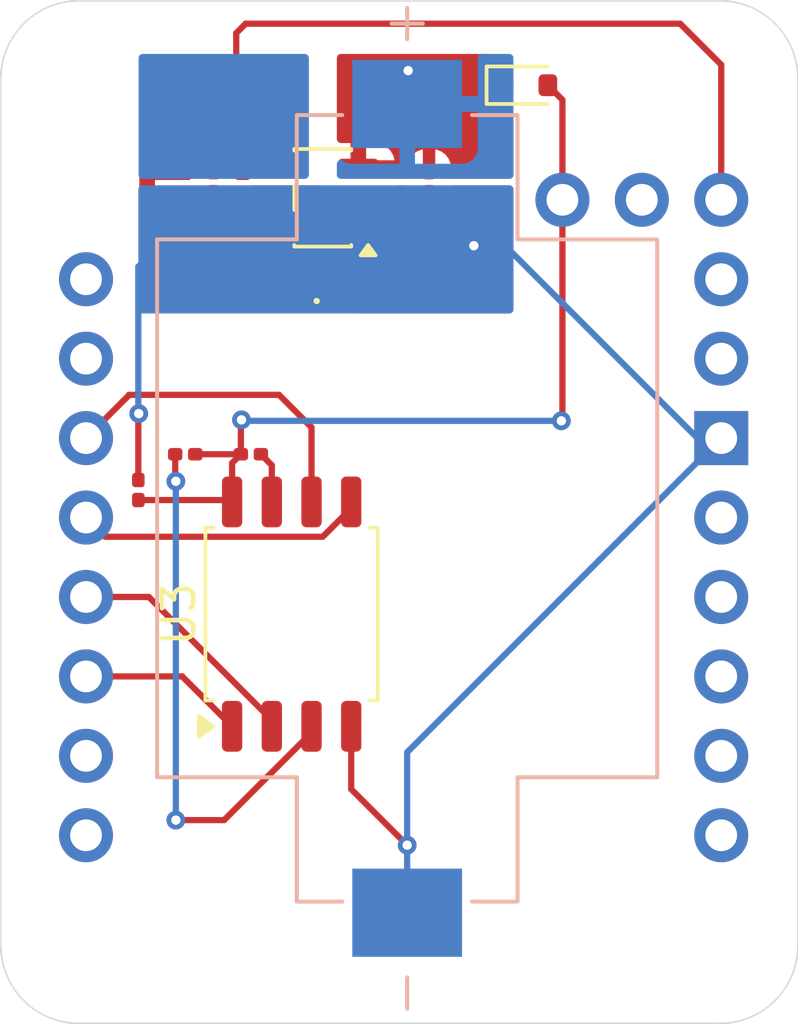
<source format=kicad_pcb>
(kicad_pcb (version 20241229) (generator "pcbnew") (generator_version "9.0")
  (layers (0 "F.Cu" signal) (4 "In1.Cu" signal) (6 "In2.Cu" signal) (2 "B.Cu" signal) (13 "F.Paste" user) (15 "B.Paste" user) (5 "F.SilkS" user "F.Silkscreen") (7 "B.SilkS" user "B.Silkscreen") (1 "F.Mask" user) (3 "B.Mask" user) (25 "Edge.Cuts" user))
  (net 0 "")
  (net 1 "GND")
  (net 2 "Net-(U1-PROG)")
  (net 3 "VIN")
  (net 4 "0{slash}LPIO3")
  (net 5 "VBAT")
  (net 6 "Net-(D1-K)")
  (net 7 "2{slash}LPIO1{slash}TX")
  (net 8 "1{slash}LPIO2{slash}RX")
  (net 9 "5{slash}LPIO0")
  (net 10 "Net-(U1-STAT)")
  (net 11 "Net-(U3-~{WP}{slash}IO_{2})")
  (net 12 "Net-(U3-~{HOLD}{slash}~{RESET}{slash}IO_{3})")
  (net 15 "11{slash}A1")
  (net 16 "VDDIO_EXT")
  (net 18 "10{slash}A0")
  (net 19 "3{slash}SCL1")
  (net 20 "4{slash}SDA1")
  (net 21 "7{slash}CIPO")
  (net 22 "6{slash}CS")
  (net 23 "9{slash}SCLK")
  (net 24 "8{slash}COPI")
  (net 25 "DIODE")
  (footprint "Resistor_SMD:R_0201_0603Metric" (layer "F.Cu") (at 216.967767 78.222767 90)
    (property "Reference" "R2" (hide yes))
    (property "Value" "470 Ω" (hide yes))
    (pad "1" smd roundrect (at -0.32 0 90) (size 0.46 0.4) (layers "F.Cu" "F.Mask") (net 6 "Net-(D1-K)"))
    (pad "2" smd roundrect (at 0.32 0 90) (size 0.46 0.4) (layers "F.Cu" "F.Mask") (net 10 "Net-(U1-STAT)"))
  )
  (footprint "Capacitor_SMD:C_0201_0603Metric" (layer "F.Cu") (at 210.567767 84.712767 90)
    (property "Reference" "C4" (hide yes))
    (property "Value" "1 uF" (hide yes))
    (pad "1" smd roundrect (at -0.32 0 90) (size 0.46 0.4) (layers "F.Cu" "F.Mask") (net 5 "VBAT"))
    (pad "2" smd roundrect (at 0.32 0 90) (size 0.46 0.4) (layers "F.Cu" "F.Mask") (net 1 "GND"))
  )
  (footprint "Capacitor_SMD:C_0201_0603Metric" (layer "F.Cu") (at 219.867767 74.867767 -90)
    (property "Reference" "C2" (hide yes))
    (property "Value" "4.7 μF" (hide yes))
    (pad "1" smd roundrect (at -0.32 0 270) (size 0.46 0.4) (layers "F.Cu" "F.Mask") (net 25 "DIODE"))
    (pad "2" smd roundrect (at 0.32 0 270) (size 0.46 0.4) (layers "F.Cu" "F.Mask") (net 1 "GND"))
  )
  (footprint "Package_TO_SOT_SMD:SOT-23-5" (layer "F.Cu") (at 216.467767 75.367767 180)
    (property "Reference" "U1" (hide yes))
    (property "Value" "MCP73831-2-OT" (hide yes))
    (fp_line (start 0.91 1.56) (end -0.91 1.56) (stroke (width 0.12)) (layer "F.SilkS"))
    (fp_line (start 0.91 1.51) (end 0.91 1.56) (stroke (width 0.12)) (layer "F.SilkS"))
    (fp_line (start 0.91 -0.39) (end 0.91 0.39) (stroke (width 0.12)) (layer "F.SilkS"))
    (fp_line (start 0.91 -1.56) (end 0.91 -1.51) (stroke (width 0.12)) (layer "F.SilkS"))
    (fp_line (start -0.91 1.56) (end -0.91 1.51) (stroke (width 0.12)) (layer "F.SilkS"))
    (fp_line (start -0.91 -1.51) (end -0.91 -1.56) (stroke (width 0.12)) (layer "F.SilkS"))
    (fp_line (start -0.91 -1.56) (end 0.91 -1.56) (stroke (width 0.12)) (layer "F.SilkS"))
    (fp_poly (pts (xy -1.45 -1.51) (xy -1.69 -1.84) (xy -1.21 -1.84)) (stroke (width 0.12)) (fill yes) (layer "F.SilkS"))
    (pad "1" smd roundrect (at -1.1375 -0.95 180) (size 1.325 0.6) (layers "F.Cu" "F.Mask" "F.Paste") (net 10 "Net-(U1-STAT)"))
    (pad "2" smd roundrect (at -1.1375 0 180) (size 1.325 0.6) (layers "F.Cu" "F.Mask" "F.Paste") (net 1 "GND"))
    (pad "3" smd roundrect (at -1.1375 0.95 180) (size 1.325 0.6) (layers "F.Cu" "F.Mask" "F.Paste") (net 25 "DIODE"))
    (pad "4" smd roundrect (at 1.1375 0.95 180) (size 1.325 0.6) (layers "F.Cu" "F.Mask" "F.Paste") (net 3 "VIN"))
    (pad "5" smd roundrect (at 1.1375 -0.95 180) (size 1.325 0.6) (layers "F.Cu" "F.Mask" "F.Paste") (net 2 "Net-(U1-PROG)"))
  )
  (footprint "Diode_SMD:D_SOD-523" (layer "F.Cu") (at 222.967767 71.767767)
    (property "Reference" "D2" (hide yes))
    (property "Value" "1N4148WT" (hide yes))
    (fp_line (start -1.26 -0.6) (end -1.26 0.6) (stroke (width 0.12)) (layer "F.SilkS"))
    (fp_line (start 0.7 -0.6) (end -1.26 -0.6) (stroke (width 0.12)) (layer "F.SilkS"))
    (fp_line (start 0.7 0.6) (end -1.26 0.6) (stroke (width 0.12)) (layer "F.SilkS"))
    (pad "1" smd roundrect (at -0.7 0 180) (size 0.6 0.7) (layers "F.Cu" "F.Mask" "F.Paste") (net 25 "DIODE"))
    (pad "2" smd roundrect (at 0.7 0 180) (size 0.6 0.7) (layers "F.Cu" "F.Mask" "F.Paste") (net 5 "VBAT"))
  )
  (footprint "footprints:Arduino_Nicla_Sense" (layer "F.Cu") (at 207.624267 74.161767)
    (property "Reference" "U2" (hide yes))
    (property "Value" "~" (hide yes))
    (pad "1" thru_hole circle (at 1.27 3.81) (size 1.7272 1.7272) (drill 1.016) (layers "*.Cu" "*.Mask") (net 18 "10{slash}A0"))
    (pad "2" thru_hole circle (at 1.27 6.35) (size 1.7272 1.7272) (drill 1.016) (layers "*.Cu" "*.Mask") (net 15 "11{slash}A1"))
    (pad "3" thru_hole circle (at 1.27 8.89) (size 1.7272 1.7272) (drill 1.016) (layers "*.Cu" "*.Mask") (net 23 "9{slash}SCLK"))
    (pad "4" thru_hole circle (at 1.27 11.43) (size 1.7272 1.7272) (drill 1.016) (layers "*.Cu" "*.Mask") (net 21 "7{slash}CIPO"))
    (pad "5" thru_hole circle (at 1.27 13.97) (size 1.7272 1.7272) (drill 1.016) (layers "*.Cu" "*.Mask") (net 24 "8{slash}COPI"))
    (pad "6" thru_hole circle (at 1.27 16.51) (size 1.7272 1.7272) (drill 1.016) (layers "*.Cu" "*.Mask") (net 22 "6{slash}CS"))
    (pad "7" thru_hole circle (at 1.27 19.05) (size 1.7272 1.7272) (drill 1.016) (layers "*.Cu" "*.Mask"))
    (pad "8" thru_hole circle (at 1.27 21.59) (size 1.7272 1.7272) (drill 1.016) (layers "*.Cu" "*.Mask") (net 9 "5{slash}LPIO0"))
    (pad "9" thru_hole circle (at 21.59 21.59) (size 1.7272 1.7272) (drill 1.016) (layers "*.Cu" "*.Mask") (net 20 "4{slash}SDA1"))
    (pad "10" thru_hole circle (at 21.59 19.05) (size 1.7272 1.7272) (drill 1.016) (layers "*.Cu" "*.Mask") (net 19 "3{slash}SCL1"))
    (pad "11" thru_hole circle (at 21.59 16.51) (size 1.7272 1.7272) (drill 1.016) (layers "*.Cu" "*.Mask") (net 7 "2{slash}LPIO1{slash}TX"))
    (pad "12" thru_hole circle (at 21.59 13.97) (size 1.7272 1.7272) (drill 1.016) (layers "*.Cu" "*.Mask") (net 8 "1{slash}LPIO2{slash}RX"))
    (pad "13" thru_hole circle (at 21.59 11.43) (size 1.7272 1.7272) (drill 1.016) (layers "*.Cu" "*.Mask") (net 4 "0{slash}LPIO3"))
    (pad "14" thru_hole rect (at 21.59 8.89) (size 1.7272 1.7272) (drill 1.016) (layers "*.Cu" "*.Mask") (net 1 "GND"))
    (pad "15" thru_hole circle (at 21.59 6.35) (size 1.7272 1.7272) (drill 1.016) (layers "*.Cu" "*.Mask") (net 16 "VDDIO_EXT"))
    (pad "16" thru_hole circle (at 21.59 3.81) (size 1.7272 1.7272) (drill 1.016) (layers "*.Cu" "*.Mask"))
    (pad "17" thru_hole circle (at 21.59 1.27) (size 1.7272 1.7272) (drill 1.016) (layers "*.Cu" "*.Mask") (net 3 "VIN"))
    (pad "18" thru_hole circle (at 19.05 1.27) (size 1.7272 1.7272) (drill 1.016) (layers "*.Cu" "*.Mask"))
    (pad "19" thru_hole circle (at 16.51 1.27) (size 1.7272 1.7272) (drill 1.016) (layers "*.Cu" "*.Mask") (net 5 "VBAT"))
  )
  (footprint "Resistor_SMD:R_0201_0603Metric" (layer "F.Cu") (at 214.167767 83.567767)
    (property "Reference" "R4" (hide yes))
    (property "Value" "10 kΩ" (hide yes))
    (pad "1" smd roundrect (at -0.32 0) (size 0.46 0.4) (layers "F.Cu" "F.Mask") (net 5 "VBAT"))
    (pad "2" smd roundrect (at 0.32 0) (size 0.46 0.4) (layers "F.Cu" "F.Mask") (net 12 "Net-(U3-~{HOLD}{slash}~{RESET}{slash}IO_{3})"))
  )
  (footprint "Resistor_SMD:R_0201_0603Metric" (layer "F.Cu") (at 212.067767 83.567767 180)
    (property "Reference" "R3" (hide yes))
    (property "Value" "10 kΩ" (hide yes))
    (pad "1" smd roundrect (at -0.32 0 180) (size 0.46 0.4) (layers "F.Cu" "F.Mask") (net 5 "VBAT"))
    (pad "2" smd roundrect (at 0.32 0 180) (size 0.46 0.4) (layers "F.Cu" "F.Mask") (net 11 "Net-(U3-~{WP}{slash}IO_{2})"))
  )
  (footprint "Package_SO:SOIC-8_5.3x5.3mm_P1.27mm" (layer "F.Cu") (at 215.472767 88.680267 90)
    (property "Reference" "U3" (at 0 -3.6 90) (layer "F.SilkS"))
    (property "Value" "W25Q128JVS" (hide yes))
    (fp_line (start 2.76 -2.76) (end 2.76 -2.49) (stroke (width 0.12)) (layer "F.SilkS"))
    (fp_line (start -2.76 -2.76) (end 2.76 -2.76) (stroke (width 0.12)) (layer "F.SilkS"))
    (fp_line (start -2.76 -2.49) (end -2.76 -2.76) (stroke (width 0.12)) (layer "F.SilkS"))
    (fp_line (start 2.76 2.49) (end 2.76 2.76) (stroke (width 0.12)) (layer "F.SilkS"))
    (fp_line (start 2.76 2.76) (end -2.76 2.76) (stroke (width 0.12)) (layer "F.SilkS"))
    (fp_line (start -2.76 2.76) (end -2.76 2.49) (stroke (width 0.12)) (layer "F.SilkS"))
    (fp_poly (pts (xy -3.59 -2.5) (xy -3.93 -2.97) (xy -3.25 -2.97)) (stroke (width 0.12)) (fill yes) (layer "F.SilkS"))
    (pad "1" smd roundrect (at -3.5875 -1.905 90) (size 1.625 0.65) (layers "F.Cu" "F.Mask" "F.Paste") (net 22 "6{slash}CS"))
    (pad "2" smd roundrect (at -3.5875 -0.635 90) (size 1.625 0.65) (layers "F.Cu" "F.Mask" "F.Paste") (net 24 "8{slash}COPI"))
    (pad "3" smd roundrect (at -3.5875 0.635 90) (size 1.625 0.65) (layers "F.Cu" "F.Mask" "F.Paste") (net 11 "Net-(U3-~{WP}{slash}IO_{2})"))
    (pad "4" smd roundrect (at -3.5875 1.905 90) (size 1.625 0.65) (layers "F.Cu" "F.Mask" "F.Paste") (net 1 "GND"))
    (pad "5" smd roundrect (at 3.5875 1.905 90) (size 1.625 0.65) (layers "F.Cu" "F.Mask" "F.Paste") (net 21 "7{slash}CIPO"))
    (pad "6" smd roundrect (at 3.5875 0.635 90) (size 1.625 0.65) (layers "F.Cu" "F.Mask" "F.Paste") (net 23 "9{slash}SCLK"))
    (pad "7" smd roundrect (at 3.5875 -0.635 90) (size 1.625 0.65) (layers "F.Cu" "F.Mask" "F.Paste") (net 12 "Net-(U3-~{HOLD}{slash}~{RESET}{slash}IO_{3})"))
    (pad "8" smd roundrect (at 3.5875 -1.905 90) (size 1.625 0.65) (layers "F.Cu" "F.Mask" "F.Paste") (net 5 "VBAT"))
  )
  (footprint "Resistor_SMD:R_0201_0603Metric" (layer "F.Cu") (at 215.422767 77.767767 180)
    (property "Reference" "R1" (hide yes))
    (property "Value" "2.2 kΩ" (hide yes))
    (pad "1" smd roundrect (at -0.32 0 180) (size 0.46 0.4) (layers "F.Cu" "F.Mask") (net 2 "Net-(U1-PROG)"))
    (pad "2" smd roundrect (at 0.32 0 180) (size 0.46 0.4) (layers "F.Cu" "F.Mask") (net 1 "GND"))
  )
  (footprint "Diode_SMD:D_0201_0603Metric" (layer "F.Cu") (at 215.412767 78.667767 180)
    (property "Reference" "D1" (hide yes))
    (property "Value" "RED" (hide yes))
    (fp_circle (center -0.86 0) (end -0.81 0) (stroke (width 0.1)) (fill no) (layer "F.SilkS"))
    (pad "1" smd roundrect (at -0.32 0 180) (size 0.46 0.4) (layers "F.Cu" "F.Mask") (net 6 "Net-(D1-K)"))
    (pad "2" smd roundrect (at 0.32 0 180) (size 0.46 0.4) (layers "F.Cu" "F.Mask") (net 3 "VIN"))
  )
  (footprint "Capacitor_SMD:C_0201_0603Metric" (layer "F.Cu") (at 212.967767 74.867767 90)
    (property "Reference" "C1" (hide yes))
    (property "Value" "4.7 μF" (hide yes))
    (pad "1" smd roundrect (at -0.32 0 90) (size 0.46 0.4) (layers "F.Cu" "F.Mask") (net 1 "GND"))
    (pad "2" smd roundrect (at 0.32 0 90) (size 0.46 0.4) (layers "F.Cu" "F.Mask") (net 3 "VIN"))
  )
  (footprint "footprints:BAT_504" (layer "B.Cu") (at 219.167767 85.297767 -90)
    (property "Reference" "BT1" (hide yes))
    (property "Value" "LIR2032" (hide yes))
    (fp_line (start -8.6 8) (end 8.6 8) (stroke (width 0.127)) (layer "B.SilkS"))
    (fp_line (start 8.6 8) (end 8.6 3.5305) (stroke (width 0.127)) (layer "B.SilkS"))
    (fp_line (start -12.575 3.5305) (end -8.6 3.5305) (stroke (width 0.127)) (layer "B.SilkS"))
    (fp_line (start -8.6 3.5305) (end -8.6 8) (stroke (width 0.127)) (layer "B.SilkS"))
    (fp_line (start 8.6 3.5305) (end 12.575 3.5305) (stroke (width 0.127)) (layer "B.SilkS"))
    (fp_line (start 12.575 3.5305) (end 12.575 2.075) (stroke (width 0.127)) (layer "B.SilkS"))
    (fp_line (start -12.575 2.075) (end -12.575 3.5305) (stroke (width 0.127)) (layer "B.SilkS"))
    (fp_line (start -15.5 0.5) (end -15.5 -0.5) (stroke (width 0.127)) (layer "B.SilkS"))
    (fp_line (start -15 0) (end -16 0) (stroke (width 0.127)) (layer "B.SilkS"))
    (fp_line (start 15 0) (end 16 0) (stroke (width 0.127)) (layer "B.SilkS"))
    (fp_line (start -12.575 -3.5305) (end -12.575 -2.075) (stroke (width 0.127)) (layer "B.SilkS"))
    (fp_line (start -8.6 -3.5305) (end -12.575 -3.5305) (stroke (width 0.127)) (layer "B.SilkS"))
    (fp_line (start 8.6 -3.5305) (end 8.6 -8) (stroke (width 0.127)) (layer "B.SilkS"))
    (fp_line (start 12.575 -3.5305) (end 12.575 -2.075) (stroke (width 0.127)) (layer "B.SilkS"))
    (fp_line (start 12.575 -3.5305) (end 8.6 -3.5305) (stroke (width 0.127)) (layer "B.SilkS"))
    (fp_line (start -8.6 -8) (end -8.6 -3.5305) (stroke (width 0.127)) (layer "B.SilkS"))
    (fp_line (start 8.6 -8) (end -8.6 -8) (stroke (width 0.127)) (layer "B.SilkS"))
    (pad "N" smd rect (at 12.93 0 270) (size 2.82 3.51) (layers "B.Cu" "B.Mask" "B.Paste") (net 1 "GND"))
    (pad "P" smd rect (at -12.93 0 270) (size 2.82 3.51) (layers "B.Cu" "B.Mask" "B.Paste") (net 25 "DIODE"))
  )
  (gr_line (start 206.167767 99.267767) (end 206.167767 71.567767) (stroke (width 0.05)) (layer "Edge.Cuts"))
  (gr_arc (start 231.667767 99.267767) (mid 230.935534 101.035534) (end 229.167767 101.767767) (stroke (width 0.05)) (layer "Edge.Cuts"))
  (gr_arc (start 208.667767 101.767767) (mid 206.9 101.035534) (end 206.167767 99.267767) (stroke (width 0.05)) (layer "Edge.Cuts"))
  (gr_line (start 229.167767 101.767767) (end 208.667767 101.767767) (stroke (width 0.05)) (layer "Edge.Cuts"))
  (gr_line (start 231.667767 71.567767) (end 231.667767 99.267767) (stroke (width 0.05)) (layer "Edge.Cuts"))
  (gr_line (start 208.667767 69.067767) (end 229.167767 69.067767) (stroke (width 0.05)) (layer "Edge.Cuts"))
  (gr_arc (start 229.167767 69.067767) (mid 230.935534 69.8) (end 231.667767 71.567767) (stroke (width 0.05)) (layer "Edge.Cuts"))
  (gr_arc (start 206.167767 71.567767) (mid 206.9 69.8) (end 208.667767 69.067767) (stroke (width 0.05)) (layer "Edge.Cuts"))
  (segment (start 217.377767 94.277767) (end 219.167767 96.067767) (width 0.2) (layer "F.Cu") (net 1))
  (segment (start 217.377767 92.267767) (end 217.377767 94.277767) (width 0.2) (layer "F.Cu") (net 1))
  (segment (start 210.567767 82.281165) (end 210.581165 82.267767) (width 0.2) (layer "F.Cu") (net 1))
  (segment (start 210.567767 84.392767) (end 210.567767 82.281165) (width 0.2) (layer "F.Cu") (net 1))
  (via (at 210.581165 82.267767) (size 0.6) (drill 0.3) (layers "F.Cu" "B.Cu") (net 1))
  (via (at 221.3 76.9) (size 0.6) (drill 0.3) (layers "F.Cu" "B.Cu") (net 1))
  (via (at 219.167767 96.067767) (size 0.6) (drill 0.3) (layers "F.Cu" "B.Cu") (net 1))
  (segment (start 228.451767 83.051767) (end 222.3 76.9) (width 0.2) (layer "B.Cu") (net 1))
  (segment (start 219.167767 98.227767) (end 219.167767 93.098267) (width 0.2) (layer "B.Cu") (net 1))
  (segment (start 210.567767 82.254369) (end 210.567767 77.567767) (width 0.2) (layer "B.Cu") (net 1))
  (segment (start 210.581165 82.267767) (end 210.567767 82.254369) (width 0.2) (layer "B.Cu") (net 1))
  (segment (start 219.167767 96.067767) (end 219.167767 98.227767) (width 0.2) (layer "B.Cu") (net 1))
  (segment (start 219.167767 93.098267) (end 229.214267 83.051767) (width 0.2) (layer "B.Cu") (net 1))
  (segment (start 229.214267 83.051767) (end 228.451767 83.051767) (width 0.2) (layer "B.Cu") (net 1))
  (segment (start 222.3 76.9) (end 221.3 76.9) (width 0.2) (layer "B.Cu") (net 1))
  (segment (start 210.567767 77.567767) (end 211.267767 76.867767) (width 0.2) (layer "B.Cu") (net 1))
  (segment (start 215.742767 76.730267) (end 215.330267 76.317767) (width 0.2) (layer "F.Cu") (net 2))
  (segment (start 215.742767 77.767767) (end 215.742767 76.730267) (width 0.2) (layer "F.Cu") (net 2))
  (segment (start 213.7 70.2) (end 213.7 71.5) (width 0.2) (layer "F.Cu") (net 3))
  (segment (start 229.214267 71.114267) (end 228.2 70.1) (width 0.2) (layer "F.Cu") (net 3))
  (segment (start 228.2 70.1) (end 227.9 69.8) (width 0.2) (layer "F.Cu") (net 3))
  (segment (start 227.9 69.8) (end 214 69.8) (width 0.2) (layer "F.Cu") (net 3))
  (segment (start 214 69.8) (end 213.7 70.1) (width 0.2) (layer "F.Cu") (net 3))
  (segment (start 213.7 70.1) (end 213.7 70.2) (width 0.2) (layer "F.Cu") (net 3))
  (segment (start 229.214267 75.431767) (end 229.214267 71.114267) (width 0.2) (layer "F.Cu") (net 3))
  (segment (start 213.507767 85.032767) (end 213.567767 85.092767) (width 0.2) (layer "F.Cu") (net 5))
  (segment (start 224.134267 75.431767) (end 224.134267 72.234267) (width 0.2) (layer "F.Cu") (net 5))
  (segment (start 213.847767 83.567767) (end 212.387767 83.567767) (width 0.2) (layer "F.Cu") (net 5))
  (segment (start 213.847767 83.567767) (end 213.847767 82.487767) (width 0.2) (layer "F.Cu") (net 5))
  (segment (start 213.567767 85.092767) (end 213.567767 84.947767) (width 0.2) (layer "F.Cu") (net 5))
  (segment (start 224.134267 72.234267) (end 223.667767 71.767767) (width 0.2) (layer "F.Cu") (net 5))
  (segment (start 224.134267 75.431767) (end 224.134267 82.465733) (width 0.2) (layer "F.Cu") (net 5))
  (segment (start 224.134267 82.465733) (end 224.1 82.5) (width 0.2) (layer "F.Cu") (net 5))
  (segment (start 213.847767 82.487767) (end 213.867767 82.467767) (width 0.2) (layer "F.Cu") (net 5))
  (segment (start 213.567767 83.847767) (end 213.847767 83.567767) (width 0.2) (layer "F.Cu") (net 5))
  (segment (start 213.567767 85.092767) (end 213.567767 83.847767) (width 0.2) (layer "F.Cu") (net 5))
  (segment (start 210.567767 85.032767) (end 213.507767 85.032767) (width 0.2) (layer "F.Cu") (net 5))
  (via (at 213.867767 82.467767) (size 0.6) (drill 0.3) (layers "F.Cu" "B.Cu") (net 5))
  (via (at 224.1 82.5) (size 0.6) (drill 0.3) (layers "F.Cu" "B.Cu") (net 5))
  (segment (start 213.9 82.5) (end 213.867767 82.467767) (width 0.2) (layer "B.Cu") (net 5))
  (segment (start 224.1 82.5) (end 213.9 82.5) (width 0.2) (layer "B.Cu") (net 5))
  (segment (start 215.732767 78.667767) (end 216.842767 78.667767) (width 0.2) (layer "F.Cu") (net 6))
  (segment (start 216.842767 78.667767) (end 216.967767 78.542767) (width 0.2) (layer "F.Cu") (net 6))
  (segment (start 216.967767 76.955267) (end 217.605267 76.317767) (width 0.2) (layer "F.Cu") (net 10))
  (segment (start 216.967767 77.902767) (end 216.967767 76.955267) (width 0.2) (layer "F.Cu") (net 10))
  (segment (start 211.767767 95.267767) (end 213.310257 95.267767) (width 0.2) (layer "F.Cu") (net 11))
  (segment (start 211.747767 84.412767) (end 211.767767 84.432767) (width 0.2) (layer "F.Cu") (net 11))
  (segment (start 213.310257 95.267767) (end 216.107767 92.470257) (width 0.2) (layer "F.Cu") (net 11))
  (segment (start 211.747767 83.767767) (end 211.747767 84.412767) (width 0.2) (layer "F.Cu") (net 11))
  (segment (start 216.107767 92.470257) (end 216.107767 92.267767) (width 0.2) (layer "F.Cu") (net 11))
  (via (at 211.767767 84.432767) (size 0.6) (drill 0.3) (layers "F.Cu" "B.Cu") (net 11))
  (via (at 211.767767 95.267767) (size 0.6) (drill 0.3) (layers "F.Cu" "B.Cu") (net 11))
  (segment (start 211.767767 84.432767) (end 211.767767 95.267767) (width 0.2) (layer "B.Cu") (net 11))
  (segment (start 214.837767 83.917767) (end 214.487767 83.567767) (width 0.2) (layer "F.Cu") (net 12))
  (segment (start 214.837767 85.092767) (end 214.837767 83.917767) (width 0.2) (layer "F.Cu") (net 12))
  (segment (start 217.377767 85.295257) (end 217.377767 85.092767) (width 0.2) (layer "F.Cu") (net 21))
  (segment (start 209.508767 86.206267) (end 216.466757 86.206267) (width 0.2) (layer "F.Cu") (net 21))
  (segment (start 216.466757 86.206267) (end 217.377767 85.295257) (width 0.2) (layer "F.Cu") (net 21))
  (segment (start 217.377767 84.890277) (end 217.377767 85.092767) (width 0.2) (layer "F.Cu") (net 21))
  (segment (start 208.894267 85.591767) (end 209.508767 86.206267) (width 0.2) (layer "F.Cu") (net 21))
  (segment (start 211.971767 90.671767) (end 213.567767 92.267767) (width 0.2) (layer "F.Cu") (net 22))
  (segment (start 208.894267 90.671767) (end 211.971767 90.671767) (width 0.2) (layer "F.Cu") (net 22))
  (segment (start 215.067767 81.667767) (end 216.107767 82.707767) (width 0.2) (layer "F.Cu") (net 23))
  (segment (start 208.894267 83.051767) (end 210.267767 81.678267) (width 0.2) (layer "F.Cu") (net 23))
  (segment (start 210.267767 81.678267) (end 210.267767 81.667767) (width 0.2) (layer "F.Cu") (net 23))
  (segment (start 216.107767 82.707767) (end 216.107767 85.092767) (width 0.2) (layer "F.Cu") (net 23))
  (segment (start 210.267767 81.667767) (end 215.067767 81.667767) (width 0.2) (layer "F.Cu") (net 23))
  (segment (start 214.837767 92.065277) (end 214.837767 92.267767) (width 0.2) (layer "F.Cu") (net 24))
  (segment (start 208.894267 88.131767) (end 210.904257 88.131767) (width 0.2) (layer "F.Cu") (net 24))
  (segment (start 210.904257 88.131767) (end 214.837767 92.065277) (width 0.2) (layer "F.Cu") (net 24))
  (via (at 219.2 71.3) (size 0.6) (drill 0.3) (layers "F.Cu" "B.Cu") (net 25))
  (segment (start 219.167767 72.367767) (end 219.167767 71.332233) (width 0.2) (layer "B.Cu") (net 25))
  (segment (start 219.167767 71.332233) (end 219.2 71.3) (width 0.2) (layer "B.Cu") (net 25))
  (zone (net 3) (net_name "VIN") (layer "F.Cu") (priority 3) (connect_pads (clearance 0)) (min_thickness 0.25) (fill yes (thermal_gap 0.5) (thermal_bridge_width 0.5))
    (polygon (pts (xy 210.6 70.8) (xy 210.6 77.8) (xy 211.6 78.9) (xy 215.4 78.9) (xy 215.4 78.4) (xy 211.9 78.4) (xy 211.1 77.5) (xy 211.1 74.8) (xy 216 74.8) (xy 216 70.8)))
  )
  (zone (net 1) (net_name "GND") (layers "F.Cu" "B.Cu") (priority 1) (connect_pads (clearance 0)) (min_thickness 0.25) (fill yes (thermal_gap 0.5) (thermal_bridge_width 0.5) (island_removal_mode 1) (island_area_min 10))
    (polygon (pts (xy 215.367767 77.967767) (xy 210.967767 77.967767) (xy 210.967767 74.967767) (xy 222.567767 74.967767) (xy 222.567767 79.067767) (xy 217.467767 79.067767) (xy 217.467767 77.367767) (xy 215.367767 77.367767)))
  )
  (zone (net 25) (net_name "DIODE") (layers "F.Cu" "B.Cu") (connect_pads (clearance 0)) (min_thickness 0.25) (fill yes (thermal_gap 0.5) (thermal_bridge_width 0.5))
    (polygon (pts (xy 216.917767 70.767767) (xy 222.567767 70.767767) (xy 222.567767 74.767767) (xy 216.917767 74.767767)))
  )
  (zone (net 1) (net_name "GND") (layer "B.Cu") (priority 2) (connect_pads (clearance 0)) (min_thickness 0.25) (fill yes (thermal_gap 0.5) (thermal_bridge_width 0.5))
    (polygon (pts (xy 210.567767 74.967767) (xy 222.567767 74.967767) (xy 222.567767 79.067767) (xy 210.567767 79.067767)))
  )
  (zone (net 3) (net_name "VIN") (layer "B.Cu") (connect_pads (clearance 0)) (min_thickness 0.25) (fill yes (thermal_gap 0.5) (thermal_bridge_width 0.5))
    (polygon (pts (xy 210.574539 70.767767) (xy 216.024539 70.767767) (xy 216.024539 74.767767) (xy 210.574539 74.767767)))
  )
)
</source>
